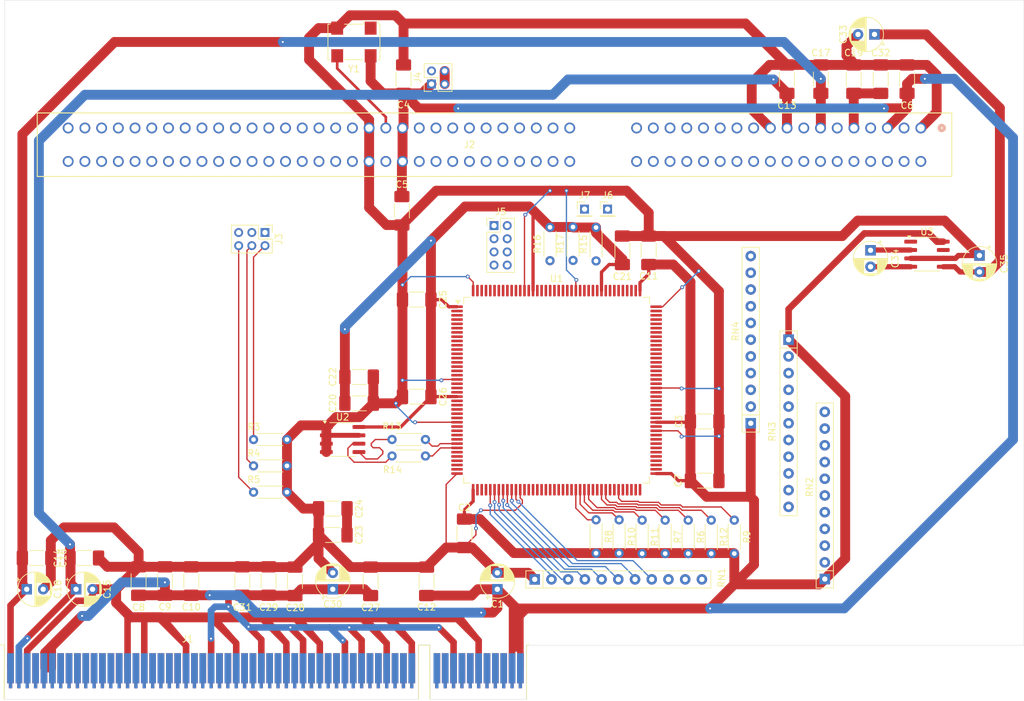
<source format=kicad_pcb>
(kicad_pcb (version 20241229) (generator "pcbnew") (generator_version "9.0")
  (layers (0 "F.Cu" signal) (2 "B.Cu" signal) (13 "F.Paste" user) (15 "B.Paste" user) (5 "F.SilkS" user "F.Silkscreen") (7 "B.SilkS" user "B.Silkscreen") (1 "F.Mask" user) (3 "B.Mask" user) (25 "Edge.Cuts" user))
  (net 0 "")
  (net 1 "GND")
  (net 2 "+3.3V")
  (net 3 "SCL")
  (net 4 "SDA")
  (net 10 "+5V")
  (net 33 "-12V")
  (net 47 "+12V")
  (net 53 "OSC")
  (net 54 "Net-(J4-Pin_3)")
  (net 63 "-5V")
  (net 64 "Net-(U3-CAP+)")
  (net 65 "SBHE#")
  (net 66 "AD23")
  (net 67 "SA8")
  (net 68 "IRQ6")
  (net 69 "IRDY#")
  (net 70 "SA19")
  (net 71 "SA4")
  (net 72 "SA1")
  (net 73 "AD24")
  (net 74 "DRQ6")
  (net 75 "AD25")
  (net 76 "IRQ12")
  (net 77 "DACK2#")
  (net 78 "MEMCS16#")
  (net 79 "BCLK")
  (net 80 "DACK5#")
  (net 81 "PCIRST#")
  (net 82 "DRQ3")
  (net 83 "SA12")
  (net 84 "IRQ4")
  (net 85 "MEMW#")
  (net 86 "C{slash}BE0#")
  (net 87 "AD28")
  (net 88 "IRQ14{slash}ROMCS#")
  (net 89 "IGNT#")
  (net 90 "RSTDRV")
  (net 91 "NOGO{slash}CLKRUN#")
  (net 92 "SA5")
  (net 93 "AD13")
  (net 94 "SD8")
  (net 95 "AD22")
  (net 96 "REFRESH#")
  (net 97 "SD7")
  (net 98 "IOCHCK#")
  (net 99 "IRQ3")
  (net 100 "AD15")
  (net 101 "STOP#")
  (net 102 "DRQ2")
  (net 103 "DACK3#")
  (net 104 "AD31")
  (net 105 "IOW#")
  (net 106 "LA20")
  (net 107 "LOCK#")
  (net 108 "IRQ15")
  (net 109 "SD1")
  (net 110 "AD14")
  (net 111 "AD17")
  (net 112 "AD2")
  (net 113 "IOR#")
  (net 114 "PCICLK")
  (net 115 "SD0")
  (net 116 "SA3")
  (net 117 "AD10")
  (net 118 "AD19")
  (net 119 "DEVSEL#")
  (net 120 "SA15")
  (net 121 "LA22")
  (net 122 "TC")
  (net 123 "SA6")
  (net 124 "SD10")
  (net 125 "FRAME#")
  (net 126 "SA10")
  (net 127 "AD16")
  (net 128 "SMEMW#")
  (net 129 "SD3")
  (net 130 "AD1")
  (net 131 "PERR#")
  (net 132 "SD9")
  (net 133 "AD3")
  (net 134 "BALE")
  (net 135 "PAR")
  (net 136 "AD0")
  (net 137 "AD9")
  (net 138 "TRDY#")
  (net 139 "SMEMR#")
  (net 140 "IDSEL")
  (net 141 "AD11")
  (net 142 "DRQ5")
  (net 143 "NOWS#")
  (net 144 "SD12")
  (net 145 "SA9")
  (net 146 "DRQ1")
  (net 147 "SA2")
  (net 148 "AD18")
  (net 149 "SA14")
  (net 150 "LA21")
  (net 151 "AD29")
  (net 152 "IRQ9")
  (net 153 "SD13")
  (net 154 "SD11")
  (net 155 "SERR#")
  (net 156 "AD4")
  (net 157 "AD7")
  (net 158 "SD4")
  (net 159 "SA13")
  (net 160 "SD6")
  (net 161 "IRQ10")
  (net 162 "IOCHRDY")
  (net 163 "SA11")
  (net 164 "SERIRQ")
  (net 165 "DACK1#")
  (net 166 "LA23")
  (net 167 "SD14")
  (net 168 "DRQ0")
  (net 169 "DACK0#")
  (net 170 "MASTER#")
  (net 171 "DRQ7")
  (net 172 "AD27")
  (net 173 "SA18")
  (net 174 "AEN")
  (net 175 "AD12")
  (net 176 "SD15")
  (net 177 "AD20")
  (net 178 "Net-(U3-CAP-)")
  (net 179 "AD8")
  (net 180 "C{slash}BE2#")
  (net 181 "SA16")
  (net 182 "AD26")
  (net 183 "AD5")
  (net 184 "IRQ7")
  (net 185 "C{slash}BE1#")
  (net 186 "SA7")
  (net 187 "MEMR#")
  (net 188 "SD2")
  (net 189 "AD6")
  (net 190 "IRQ5")
  (net 191 "DACK6#")
  (net 192 "IREQ#")
  (net 193 "SA0")
  (net 194 "AD21")
  (net 195 "IRQ11")
  (net 196 "IOCS16#")
  (net 197 "SD5")
  (net 198 "AD30")
  (net 199 "C{slash}BE3#")
  (net 200 "SA17")
  (net 201 "DACK7#")
  (net 202 "Net-(J3-Pin_6)")
  (net 203 "Net-(J3-Pin_4)")
  (net 204 "Net-(J3-Pin_2)")
  (net 216 "MB_PPDREQ#")
  (net 217 "MB_PPDGNT#")
  (footprint "Capacitor_SMD:C_1808_4520Metric_Pad1.72x2.30mm_HandSolder" (layer "F.Cu") (at 213.25 50 90)
    (property "Reference" "C32")
    (property "Value" "100nF")
  )
  (footprint "Capacitor_SMD:C_1808_4520Metric_Pad1.72x2.30mm_HandSolder" (layer "F.Cu") (at 130 115.25 180)
    (property "Reference" "C24")
    (property "Value" "100nF")
  )
  (footprint "Package_QFP:PQFP-160_28x28mm_P0.65mm" (layer "F.Cu") (at 164 97.25)
    (property "Reference" "U1")
    (property "Value" "~")
  )
  (footprint "Resistor_THT:R_Axial_DIN0204_L3.6mm_D1.6mm_P5.08mm_Horizontal" (layer "F.Cu") (at 117.96 104.75)
    (property "Reference" "R3")
    (property "Value" "R4.7K")
  )
  (footprint "Capacitor_SMD:C_1808_4520Metric_Pad1.72x2.30mm_HandSolder" (layer "F.Cu") (at 108.5 126.25 90)
    (property "Reference" "C10")
    (property "Value" "100nF")
  )
  (footprint "ISA8888:CONN_EBC49_SUL" (layer "F.Cu") (at 219.34 57.42)
    (property "Reference" "J2")
    (property "Value" "Bus_ISA_16bit")
  )
  (footprint "Capacitor_SMD:C_1808_4520Metric_Pad1.72x2.30mm_HandSolder" (layer "F.Cu") (at 209.15 50 90)
    (property "Reference" "C19")
    (property "Value" "100nF")
  )
  (footprint "Resistor_THT:R_Axial_DIN0204_L3.6mm_D1.6mm_P5.08mm_Horizontal" (layer "F.Cu") (at 180.5 117 -90)
    (property "Reference" "R7")
    (property "Value" "R1K")
  )
  (footprint "Capacitor_SMD:C_1808_4520Metric_Pad1.72x2.30mm_HandSolder" (layer "F.Cu") (at 120.25 126.25 90)
    (property "Reference" "C29")
    (property "Value" "100nF")
  )
  (footprint "Capacitor_SMD:C_1808_4520Metric_Pad1.72x2.30mm_HandSolder" (layer "F.Cu") (at 186.5 102)
    (property "Reference" "C3")
    (property "Value" "100nF")
  )
  (footprint "Resistor_THT:R_Axial_DIN0204_L3.6mm_D1.6mm_P5.08mm_Horizontal" (layer "F.Cu") (at 184 117 -90)
    (property "Reference" "R6")
    (property "Value" "R4.7K")
  )
  (footprint "Capacitor_THT:CP_Radial_D5.0mm_P2.50mm" (layer "F.Cu") (at 83.5 127.5)
    (property "Reference" "C18")
    (property "Value" "47uF")
  )
  (footprint "Capacitor_THT:CP_Radial_D5.0mm_P2.50mm" (layer "F.Cu") (at 212.3 43.2 180)
    (property "Reference" "C33")
    (property "Value" "100uF")
  )
  (footprint "Resistor_THT:R_Array_SIP11" (layer "F.Cu") (at 204.75 125.95 90)
    (property "Reference" "RN2")
    (property "Value" "R_Net_10_4k7")
  )
  (footprint "Capacitor_SMD:C_1808_4520Metric_Pad1.72x2.30mm_HandSolder" (layer "F.Cu") (at 142.75 98.25 180)
    (property "Reference" "C26")
    (property "Value" "100nF")
  )
  (footprint "Capacitor_SMD:C_1808_4520Metric_Pad1.72x2.30mm_HandSolder" (layer "F.Cu") (at 142.75 83.5 180)
    (property "Reference" "C25")
    (property "Value" "100nF")
  )
  (footprint "Capacitor_SMD:C_1808_4520Metric_Pad1.72x2.30mm_HandSolder" (layer "F.Cu") (at 140.5 70 -90)
    (property "Reference" "C5")
    (property "Value" "100nF")
  )
  (footprint "Connector_PinHeader_2.00mm:PinHeader_2x02_P2.00mm_Vertical" (layer "F.Cu") (at 145 50.75 90)
    (property "Reference" "J4")
    (property "Value" "Crystal J4")
  )
  (footprint "Package_SO:SOIC-8_3.9x4.9mm_P1.27mm" (layer "F.Cu") (at 220.275 76.595)
    (property "Reference" "U3")
    (property "Value" "-5v MAX660")
  )
  (footprint "Oscillator:Oscillator_SMD_IQD_IQXO70-4Pin_7.5x5.0mm" (layer "F.Cu") (at 133.21 44.35 180)
    (property "Reference" "Y1")
    (property "Value" "CFPS-72")
  )
  (footprint "Connector_PinHeader_2.00mm:PinHeader_1x01_P2.00mm_Vertical" (layer "F.Cu") (at 171.75 69.75)
    (property "Reference" "J6")
    (property "Value" "PPDGNT# Motherboard Redirect")
  )
  (footprint "Resistor_THT:R_Array_SIP11" (layer "F.Cu") (at 193.5 102.28 90)
    (property "Reference" "RN4")
    (property "Value" "R_Net_10_10k")
  )
  (footprint "Resistor_THT:R_Axial_DIN0204_L3.6mm_D1.6mm_P5.08mm_Horizontal" (layer "F.Cu") (at 117.96 112.75)
    (property "Reference" "R5")
    (property "Value" "R4.7K")
  )
  (footprint "Connector_PinHeader_2.00mm:PinHeader_1x01_P2.00mm_Vertical" (layer "F.Cu") (at 168.25 69.75)
    (property "Reference" "J7")
    (property "Value" "PPDREQ# Motherboard Redirect")
  )
  (footprint "Resistor_THT:R_Axial_DIN0204_L3.6mm_D1.6mm_P5.08mm_Horizontal" (layer "F.Cu") (at 117.96 108.75)
    (property "Reference" "R4")
    (property "Value" "R4.7K")
  )
  (footprint "Capacitor_SMD:C_1808_4520Metric_Pad1.72x2.30mm_HandSolder" (layer "F.Cu") (at 217.25 50 90)
    (property "Reference" "C6")
    (property "Value" "100nF")
  )
  (footprint "Capacitor_SMD:C_1808_4520Metric_Pad1.72x2.30mm_HandSolder" (layer "F.Cu") (at 124.25 126.2949 90)
    (property "Reference" "C28")
    (property "Value" "100nF")
  )
  (footprint "Capacitor_SMD:C_1808_4520Metric_Pad1.72x2.30mm_HandSolder" (layer "F.Cu") (at 140.75 50 90)
    (property "Reference" "C4")
    (property "Value" "100nF")
  )
  (footprint "Capacitor_THT:CP_Radial_D5.0mm_P2.50mm" (layer "F.Cu") (at 211.7 76 -90)
    (property "Reference" "C34")
    (property "Value" "150uF")
  )
  (footprint "Connector_PinHeader_2.00mm:PinHeader_2x04_P2.00mm_Vertical" (layer "F.Cu") (at 154.5 72.25)
    (property "Reference" "J5")
    (property "Value" "PCI Jumpers")
  )
  (footprint "Capacitor_SMD:C_1808_4520Metric_Pad1.72x2.30mm_HandSolder" (layer "F.Cu") (at 178 76 90)
    (property "Reference" "C11")
    (property "Value" "100nF")
  )
  (footprint "Resistor_THT:R_Axial_DIN0204_L3.6mm_D1.6mm_P5.08mm_Horizontal" (layer "F.Cu") (at 166.5 77.54 90)
    (property "Reference" "R17")
    (property "Value" "R50K")
  )
  (footprint "Resistor_THT:R_Axial_DIN0204_L3.6mm_D1.6mm_P5.08mm_Horizontal" (layer "F.Cu") (at 187.5 117 -90)
    (property "Reference" "R12")
    (property "Value" "R330")
  )
  (footprint "Capacitor_SMD:C_1808_4520Metric_Pad1.72x2.30mm_HandSolder" (layer "F.Cu") (at 204.15 50 90)
    (property "Reference" "C17")
    (property "Value" "100nF")
  )
  (footprint "Capacitor_SMD:C_1808_4520Metric_Pad1.72x2.30mm_HandSolder" (layer "F.Cu") (at 85 122.75)
    (property "Reference" "C16")
    (property "Value" "100nF")
  )
  (footprint "Resistor_THT:R_Array_SIP11" (layer "F.Cu") (at 160.68 126)
    (property "Reference" "RN1")
    (property "Value" "R_Net_10_10k")
  )
  (footprint "Resistor_THT:R_Array_SIP11" (layer "F.Cu") (at 199.25 89.58 -90)
    (property "Reference" "RN3")
    (property "Value" "R_Net_10_10k")
  )
  (footprint "Capacitor_SMD:C_1808_4520Metric_Pad1.72x2.30mm_HandSolder" (layer "F.Cu") (at 100.5 126.25 90)
    (property "Reference" "C8")
    (property "Value" "100nF")
  )
  (footprint "Capacitor_SMD:C_1808_4520Metric_Pad1.72x2.30mm_HandSolder" (layer "F.Cu") (at 92.25 122.75)
    (property "Reference" "C14")
    (property "Value" "100nF")
  )
  (footprint "Capacitor_SMD:C_1808_4520Metric_Pad1.72x2.30mm_HandSolder" (layer "F.Cu") (at 135.75 126.2949 90)
    (property "Reference" "C27")
    (property "Value" "100nF")
  )
  (footprint "Resistor_THT:R_Axial_DIN0204_L3.6mm_D1.6mm_P5.08mm_Horizontal" (layer "F.Cu") (at 173.5 116.95 -90)
    (property "Reference" "R10")
    (property "Value" "R330")
  )
  (footprint "Capacitor_THT:CP_Radial_D5.0mm_P2.50mm" (layer "F.Cu") (at 228.25 76.794888 -90)
    (property "Reference" "C35")
    (property "Value" "150uF")
  )
  (footprint "Capacitor_SMD:C_1808_4520Metric_Pad1.72x2.30mm_HandSolder" (layer "F.Cu") (at 134 95.25)
    (property "Reference" "C22")
    (property "Value" "100nF")
  )
  (footprint "Resistor_THT:R_Axial_DIN0204_L3.6mm_D1.6mm_P5.08mm_Horizontal" (layer "F.Cu") (at 139 107.25)
    (property "Reference" "R14")
    (property "Value" "R4.7K")
  )
  (footprint "Capacitor_SMD:C_1808_4520Metric_Pad1.72x2.30mm_HandSolder" (layer "F.Cu") (at 130 119.25 180)
    (property "Reference" "C23")
    (property "Value" "100nF")
  )
  (footprint "Resistor_THT:R_Axial_DIN0204_L3.6mm_D1.6mm_P5.08mm_Horizontal" (layer "F.Cu") (at 170 77.62 90)
    (property "Reference" "R15")
    (property "Value" "R50K")
  )
  (footprint "Connector_PCBEdge:BUS_PCI" (layer "F.Cu") (at 119.77 140.83)
    (property "Reference" "J1")
    (property "Value" "Bus_PCI_32bit_Universal")
  )
  (footprint "Capacitor_SMD:C_1808_4520Metric_Pad1.72x2.30mm_HandSolder" (layer "F.Cu") (at 186.5 111)
    (property "Reference" "C7")
    (property "Value" "100nF")
  )
  (footprint "Package_SO:SOIC-8_3.9x4.9mm_P1.27mm" (layer "F.Cu") (at 131.5 104.75)
    (property "Reference" "U2")
    (property "Value" "SMROM-AT24CS02")
  )
  (footprint "Capacitor_THT:CP_Radial_D5.0mm_P2.50mm" (layer "F.Cu") (at 155 127.5 90)
    (property "Reference" "C1")
    (property "Value" "100uF")
  )
  (footprint "Capacitor_THT:CP_Radial_D5.0mm_P2.50mm" (layer "F.Cu") (at 130 127.5 90)
    (property "Reference" "C30")
    (property "Value" "100uF")
  )
  (footprint "Resistor_THT:R_Axial_DIN0204_L3.6mm_D1.6mm_P5.08mm_Horizontal" (layer "F.Cu") (at 191 117 -90)
    (property "Reference" "R9")
    (property "Value" "R330")
  )
  (footprint "Capacitor_SMD:C_1808_4520Metric_Pad1.72x2.30mm_HandSolder" (layer "F.Cu") (at 150 119 -90)
    (property "Reference" "C2")
    (property "Value" "100nF")
  )
  (footprint "Resistor_THT:R_Axial_DIN0204_L3.6mm_D1.6mm_P5.08mm_Horizontal" (layer "F.Cu") (at 177 117 -90)
    (property "Reference" "R11")
    (property "Value" "R330")
  )
  (footprint "Capacitor_THT:CP_Radial_D5.0mm_P2.50mm" (layer "F.Cu") (at 91 127.5)
    (property "Reference" "C15")
    (property "Value" "47uF")
  )
  (footprint "Capacitor_SMD:C_1808_4520Metric_Pad1.72x2.30mm_HandSolder" (layer "F.Cu") (at 199 50 90)
    (property "Reference" "C13")
    (property "Value" "100nF")
  )
  (footprint "Capacitor_SMD:C_1808_4520Metric_Pad1.72x2.30mm_HandSolder" (layer "F.Cu") (at 134 99.25)
    (property "Reference" "C20")
    (property "Value" "100nF")
  )
  (footprint "Resistor_THT:R_Axial_DIN0204_L3.6mm_D1.6mm_P5.08mm_Horizontal" (layer "F.Cu") (at 170 116.95 -90)
    (property "Reference" "R8")
    (property "Value" "R1K")
  )
  (footprint "Capacitor_SMD:C_1808_4520Metric_Pad1.72x2.30mm_HandSolder" (layer "F.Cu") (at 174 76 90)
    (property "Reference" "C21")
    (property "Value" "100nF")
  )
  (footprint "Capacitor_SMD:C_1808_4520Metric_Pad1.72x2.30mm_HandSolder" (layer "F.Cu") (at 144.25 126.2949 90)
    (property "Reference" "C12")
    (property "Value" "100nF")
  )
  (footprint "Connector_PinHeader_2.00mm:PinHeader_2x03_P2.00mm_Vertical" (layer "F.Cu") (at 119.7 73.3 -90)
    (property "Reference" "J3")
    (property "Value" "AEN/BALE/TC J3")
  )
  (footprint "Resistor_THT:R_Axial_DIN0204_L3.6mm_D1.6mm_P5.08mm_Horizontal" (layer "F.Cu") (at 163 77.58 90)
    (property "Reference" "R16")
    (property "Value" "R50K")
  )
  (footprint "Capacitor_SMD:C_1808_4520Metric_Pad1.72x2.30mm_HandSolder" (layer "F.Cu") (at 104.5 126.25 90)
    (property "Reference" "C9")
    (property "Value" "100nF")
  )
  (footprint "Capacitor_SMD:C_1808_4520Metric_Pad1.72x2.30mm_HandSolder" (layer "F.Cu") (at 116.25 126.25 90)
    (property "Reference" "C31")
    (property "Value" "100nF")
  )
  (footprint "Resistor_THT:R_Axial_DIN0204_L3.6mm_D1.6mm_P5.08mm_Horizontal" (layer "F.Cu") (at 139 104.75)
    (property "Reference" "R13")
    (property "Value" "R4.7K")
  )
  (gr_poly (pts (xy 121.123913 131.15) (xy 124.686171 131.15) (xy 128.3 135.45) (xy 123.7 131.9)) (stroke (width 0.2)) (fill yes) (layer "F.Cu") (net 1))
  (gr_poly (pts (xy 116.045565 131.15) (xy 119.607823 131.15) (xy 123.221652 135.403611) (xy 118.621652 131.853611)) (stroke (width 0.2)) (fill yes) (layer "F.Cu") (net 1))
  (gr_poly (pts (xy 145.2 131.15) (xy 149.25 131.1) (xy 152.45 135.05) (xy 147.85 131.5)) (stroke (width 0.2)) (fill yes) (layer "F.Cu") (net 1))
  (gr_poly (pts (xy 107.45 131.15) (xy 111.85 131.15) (xy 115.571652 135.403611) (xy 110.91897 131.812954)) (stroke (width 0.2)) (fill yes) (layer "F.Cu") (net 1))
  (gr_poly (pts (xy 99.45 131.1) (xy 104.05 131.1) (xy 108 135.8) (xy 103.4 132.25)) (stroke (width 0.2)) (fill yes) (layer "F.Cu") (net 1))
  (gr_poly (pts (xy 131.273913 131.15) (xy 134.836171 131.15) (xy 138.45 135.45) (xy 133.85 131.9)) (stroke (width 0.2)) (fill yes) (layer "F.Cu") (net 1))
  (gr_poly (pts (xy 135.123913 131.15) (xy 138.686171 131.15) (xy 142.3 135.45) (xy 137.7 131.9)) (stroke (width 0.2)) (fill yes) (layer "F.Cu") (net 1))
  (gr_line (start 235 136) (end 235 38) (stroke (width 0.05)) (layer "Edge.Cuts"))
  (gr_line (start 144.8 135.95) (end 143 135.95) (stroke (width 0.05)) (layer "Edge.Cuts"))
  (gr_line (start 159.4 144.2) (end 144.8 144.2) (stroke (width 0.05)) (layer "Edge.Cuts"))
  (gr_line (start 159.4 136) (end 235 136) (stroke (width 0.05)) (layer "Edge.Cuts"))
  (gr_line (start 235 38) (end 80.15 38) (stroke (width 0.05)) (layer "Edge.Cuts"))
  (gr_line (start 143 135.95) (end 143 144.2) (stroke (width 0.05)) (layer "Edge.Cuts"))
  (gr_line (start 144.8 144.2) (end 144.8 135.95) (stroke (width 0.05)) (layer "Edge.Cuts"))
  (gr_line (start 80.15 38) (end 80.15 144.2) (stroke (width 0.05)) (layer "Edge.Cuts"))
  (gr_line (start 159.4 136) (end 159.4 144.2) (stroke (width 0.05)) (layer "Edge.Cuts"))
  (gr_line (start 143 144.2) (end 80.15 144.2) (stroke (width 0.05)) (layer "Edge.Cuts"))
  (segment (start 101.36 131.7725) (end 99.3225 131.7725) (width 1.5) (layer "F.Cu") (net 1))
  (segment (start 148.6425 131.7725) (end 152.16 135.29) (width 1) (layer "F.Cu") (net 1))
  (segment (start 220.2375 47.8375) (end 221.75 49.35) (width 1.5) (layer "F.Cu") (net 1))
  (segment (start 140.5 72.1625) (end 145.7125 66.95) (width 1.5) (layer "F.Cu") (net 1))
  (segment (start 104.5 124.0875) (end 100.5 124.0875) (width 1.5) (layer "F.Cu") (net 1))
  (segment (start 127.8375 120.5449) (end 124.25 124.1324) (width 1.5) (layer "F.Cu") (net 1))
  (segment (start 119.060541 131.7725) (end 122.931652 135.643611) (width 1) (layer "F.Cu") (net 1))
  (segment (start 209.75 71.5) (end 222.955112 71.5) (width 1.5) (layer "F.Cu") (net 1))
  (segment (start 188.6625 82.2125) (end 185.6 79.15) (width 1.5) (layer "F.Cu") (net 1))
  (segment (start 196.3625 47.8375) (end 193.65 50.55) (width 1.5) (layer "F.Cu") (net 1))
  (segment (start 221.75 49.35) (end 221.75 55.01) (width 1.5) (layer "F.Cu") (net 1))
  (segment (start 140.5875 81.25) (end 140.5875 72.25) (width 1.5) (layer "F.Cu") (net 1))
  (segment (start 126.4 43.7) (end 127.85 42.25) (width 1.5) (layer "F.Cu") (net 1))
  (segment (start 208.05 46.4375) (end 208.9 47.2875) (width 1.5) (layer "F.Cu") (net 1))
  (segment (start 134.0615 101.351) (end 136.1625 99.25) (width 1.5) (layer "F.Cu") (net 1))
  (segment (start 99.3225 131.7725) (end 98.82 131.27) (width 1.5) (layer "F.Cu") (net 1))
  (segment (start 83.57 137.43) (end 83.57 136.78) (width 1) (layer "F.Cu") (net 1))
  (segment (start 217.25 47.8375) (end 220.2375 47.8375) (width 1.5) (layer "F.Cu") (net 1))
  (segment (start 100.5 124.0875) (end 100.5 121.85) (width 1.5) (layer "F.Cu") (net 1))
  (segment (start 166.925 80.575) (end 167 80.5) (width 0.2) (layer "F.Cu") (net 1))
  (segment (start 132.7199 124.1324) (end 127.8375 119.25) (width 1.5) (layer "F.Cu") (net 1))
  (segment (start 222.75 77.23) (end 224.609776 77.23) (width 0.8) (layer "F.Cu") (net 1))
  (segment (start 124.25 124.1324) (end 120.2949 124.1324) (width 1.5) (layer "F.Cu") (net 1))
  (segment (start 127.8375 119.25) (end 127.8375 115.25) (width 1.5) (layer "F.Cu") (net 1))
  (segment (start 140.75 41.55) (end 192.7125 41.55) (width 1.5) (layer "F.Cu") (net 1))
  (segment (start 140.5875 95.75) (end 140.5875 83.5) (width 1.5) (layer "F.Cu") (net 1))
  (segment (start 96.75 118.1) (end 89.15 118.1) (width 1.5) (layer "F.Cu") (net 1))
  (segment (start 182.925 96.925) (end 183 97) (width 0.2) (layer "F.Cu") (net 1))
  (segment (start 98.82 131.27) (end 97.0875 129.5375) (width 1.5) (layer "F.Cu") (net 1))
  (segment (start 92.75 129.25) (end 93.5 128.5) (width 1) (layer "F.Cu") (net 1))
  (segment (start 89.15 118.1) (end 87.1625 120.0875) (width 1.5) (layer "F.Cu") (net 1))
  (segment (start 188.6625 104.25) (end 188.6625 111) (width 1.5) (layer "F.Cu") (net 1))
  (segment (start 182.425 103.425) (end 179.125 103.425) (width 0.2) (layer "F.Cu") (net 1))
  (segment (start 193.65 50.55) (end 193.65 54.59) (width 1.5) (layer "F.Cu") (net 1))
  (segment (start 130.519 101.351) (end 134.0615 101.351) (width 1.5) (layer "F.Cu") (net 1))
  (segment (start 95.75 124.0875) (end 94.4125 122.75) (width 1.5) (layer "F.Cu") (net 1))
  (segment (start 179.125 96.925) (end 182.925 96.925) (width 0.2) (layer "F.Cu") (net 1))
  (segment (start 158.475 112.375) (end 158.475 113.626527) (width 0.2) (layer "F.Cu") (net 1))
  (segment (start 135.52 57.42) (end 135.52 62.5) (width 1.5) (layer "F.Cu") (net 1))
  (segment (start 155 125) (end 159.68 125) (width 1.5) (layer "F.Cu") (net 1))
  (segment (start 140.5875 72.25) (end 140.5 72.1625) (width 1.5) (layer "F.Cu") (net 1))
  (segment (start 183 104) (end 182.425 103.425) (width 0.2) (layer "F.Cu") (net 1))
  (segment (start 100.5 121.85) (end 96.75 118.1) (width 1.5) (layer "F.Cu") (net 1))
  (segment (start 180.2875 73.8375) (end 178 73.8375) (width 1.5) (layer "F.Cu") (net 1))
  (segment (start 224.609776 77.23) (end 225.044888 76.794888) (width 0.8) (layer "F.Cu") (net 1))
  (segment (start 183 104.3) (end 183 104) (width 0.2) (layer "F.Cu") (net 1))
  (segment (start 116.25 124.0875) (end 108.5 124.0875) (width 1.5) (layer "F.Cu") (net 1))
  (segment (start 150 121.1625) (end 151.1625 121.1625) (width 1.5) (layer "F.Cu") (net 1))
  (segment (start 174.65 66.95) (end 178 70.3) (width 1.5) (layer "F.Cu") (net 1))
  (segment (start 87.1625 122.75) (end 87.1625 126.3375) (width 1.5) (layer "F.Cu") (net 1))
  (segment (start 146.625 95.625) (end 148.875 95.625) (width 0.2) (layer "F.Cu") (net 1))
  (segment (start 135.75 124.1324) (end 132.7199 124.1324) (width 1.5) (layer "F.Cu") (net 1))
  (segment (start 188.6625 102) (end 188.6625 97) (width 1.5) (layer "F.Cu") (net 1))
  (segment (start 135.52 62.5) (end 135.52 69.52) (width 1.5) (layer "F.Cu") (net 1))
  (segment (start 209.8 47.2875) (end 209.25 47.8375) (width 0.2) (layer "F.Cu") (net 1))
  (segment (start 140.5875 83.5) (end 140.5875 81.25) (width 1.5) (layer "F.Cu") (net 1))
  (segment (start 87.1625 126.3375) (end 86 127.5) (width 1.5) (layer "F.Cu") (net 1))
  (segment (start 222.955112 71.5) (end 228.25 76.794888) (width 1.5) (layer "F.Cu") (net 1))
  (segment (start 125.19 102.6) (end 128.78 102.6) (width 1.5) (layer "F.Cu") (net 1))
  (segment (start 157.749943 115.5) (end 152.5 115.5) (width 0.2) (layer "F.Cu") (net 1))
  (segment (start 188.6625 97) (end 188.6625 82.2125) (width 1.5) (layer "F.Cu") (net 1))
  (segment (start 159.125 70.725) (end 159.25 70.6) (width 0.2) (layer "F.Cu") (net 1))
  (segment (start 159.125 82.125) (end 159.125 70.725) (width 0.2) (layer "F.Cu") (net 1))
  (segment (start 199 47.8375) (end 196.3625 47.8375) (width 1.5) (layer "F.Cu") (net 1))
  (segment (start 115.33 139.5) (end 115.3 139.47) (width 0.2) (layer "F.Cu") (net 1))
  (segment (start 123.04 104.75) (end 125.19 102.6) (width 1.5) (layer "F.Cu") (net 1))
  (segment (start 127.8375 122.8375) (end 130 125) (width 1.5) (layer "F.Cu") (net 1))
  (segment (start 107.71 136.04) (end 107.71 139.5) (width 1) (layer "F.Cu") (net 1))
  (segment (start 127.8375 119.25) (end 127.8375 122.8375) (width 1.5) (layer "F.Cu") (net 1))
  (segment (start 174 73.8375) (end 178 73.8375) (width 1.5) (layer "F.Cu") (net 1))
  (segment (start 144.25 124.1324) (end 135.75 124.1324) (width 1.5) (layer "F.Cu") (net 1))
  (segment (start 127.85 42.25) (end 130.67 42.25) (width 1.5) (layer "F.Cu") (net 1))
  (segment (start 139.5875 99.25) (end 140.5875 98.25) (width 1.5) (layer "F.Cu") (net 1))
  (segment (start 159.68 125) (end 160.68 126) (width 1.5) (layer "F.Cu") (net 1))
  (segment (start 152.16 139.5) (end 152.16 137.41) (width 0.2) (layer "F.Cu") (net 1))
  (segment (start 178 70.3) (end 178 73.8375) (width 1.5) (layer "F.Cu") (net 1))
  (segment (start 133.975 104.115) (end 129.025 104.115) (width 0.75) (layer "F.Cu") (net 1))
  (segment (start 148.875 109.925) (end 147.2199 111.5801) (width 0.2) (layer "F.Cu") (net 1))
  (segment (start 134.288889 131.818889) (end 138.16 135.69) (width 1) (layer "F.Cu") (net 1))
  (segment (start 138.1625 72.1625) (end 140.5 72.1625) (width 1.5) (layer "F.Cu") (net 1))
  (segment (start 145.7125 66.95) (end 163 66.95) (width 1.5) (layer "F.Cu") (net 1))
  (segment (start 103.5225 131.7725) (end 103.5225 131.8525) (width 1) (layer "F.Cu") (net 1))
  (segment (start 192.7125 41.55) (end 199 47.8375) (width 1.5) (layer "F.Cu") (net 1))
  (segment (start 146.5 95.75) (end 146.625 95.625) (width 0.2) (layer "F.Cu") (net 1))
  (segment (start 122.95 139.5) (end 122.95 135.7) (width 1) (layer "F.Cu") (net 1))
  (segment (start 126.4 47.05) (end 126.4 43.7) (width 1.5) (layer "F.Cu") (net 1))
  (segment (start 208.05 44.95) (end 208.05 46.4375) (width 1.5) (layer "F.Cu") (net 1))
  (segment (start 103.5225 131.7725) (end 101.36 131.7725) (width 1.5) (layer "F.Cu") (net 1))
  (segment (start 151.325 82.125) (end 151.325 80.825) (width 0.2) (layer "F.Cu") (net 1))
  (segment (start 124.138889 131.818889) (end 128.01 135.69) (width 1) (layer "F.Cu") (net 1))
  (segment (start 100.5 124.0875) (end 97.0875 127.5) (width 1.5) (layer "F.Cu") (net 1))
  (segment (start 125.54 115.25) (end 123.04 112.75) (width 1.5) (layer "F.Cu") (net 1))
  (segment (start 138.19 139.5) (end 138.19 135.7) (width 1) (layer "F.Cu") (net 1))
  (segment (start 140.5875 98.25) (end 140.5875 95.75) (width 1.5) (layer "F.Cu") (net 1))
  (segment (start 111.410541 131.7725) (end 115.281652 135.643611) (width 1) (layer "F.Cu") (net 1))
  (segment (start 193.65 54.59) (end 196.48 57.42) (width 1.5) (layer "F.Cu") (net 1))
  (segment (start 97.0875 129.5375) (end 97.0875 127.5) (width 1.5) (layer "F.Cu") (net 1))
  (segment (start 151.325 80.825) (end 150.5 80) (width 0.2) (layer "F.Cu") (net 1))
  (segment (start 135.52 69.52) (end 138.1625 72.1625) (width 1.5) (layer "F.Cu") (net 1))
  (segment (start 180.121384 84.575) (end 183.0875 81.608884) (width 0.2) (layer "F.Cu") (net 1))
  (segment (start 135.52 57.42) (end 135.52 56.17) (width 1.5) (layer "F.Cu") (net 1))
  (segment (start 150 121.1625) (end 147.2199 121.1625) (width 1.5) (layer "F.Cu") (net 1))
  (segment (start 130.67 42.25) (end 132.621 40.299) (width 1.5) (layer "F.Cu") (net 1))
  (segment (start 151.75 121.75) (end 155 125) (width 1.5) (layer "F.Cu") (net 1))
  (segment (start 136.1625 99.25) (end 139.5875 99.25) (width 1.5) (layer "F.Cu") (net 1))
  (segment (start 163 66.95) (end 165.5 66.95) (width 1.5) (layer "F.Cu") (net 1))
  (segment (start 109.4875 124.0875) (end 108.5 124.0875) (width 0.2) (layer "F.Cu") (net 1))
  (segment (start 142.5 102.125) (end 148.875 102.125) (width 0.2) (layer "F.Cu") (net 1))
  (segment (start 158.475 113.626527) (end 158.800265 113.951792) (width 0.2) (layer "F.Cu") (net 1))
  (segment (start 139.499 40.299) (end 140.75 41.55) (width 1.5) (layer "F.Cu") (net 1))
  (segment (start 179.125 84.575) (end 180.121384 84.575) (width 0.2) (layer "F.Cu") (net 1))
  (segment (start 103.5225 131.8525) (end 107.71 136.04) (width 1) (layer "F.Cu") (net 1))
  (segment (start 91.1 129.25) (end 92.75 129.25) (width 1) (layer "F.Cu") (net 1))
  (segment (start 222.75 77.23) (end 217.8 77.23) (width 0.8) (layer "F.Cu") (net 1))
  (segment (start 123.04 112.75) (end 123.04 108.75) (width 1.5) (layer "F.Cu") (net 1))
  (segment (start 115.33 139.5) (end 115.35 139.48) (width 0.2) (layer "F.Cu") (net 1))
  (segment (start 98.82 139.5) (end 98.82 131.27) (width 1) (layer "F.Cu") (net 1))
  (segment (start 129.025 105.385) (end 129.025 106.655) (width 1.5) (layer "F.Cu") (net 1))
  (segment (start 152.16 135.31) (end 152.16 139.5) (width 1) (layer "F.Cu") (net 1))
  (segment (start 140.75 41.55) (end 140.75 47.8375) (width 1.5) (layer "F.Cu") (net 1))
  (segment (start 147.2199 121.1625) (end 144.25 124.1324) (width 1.5) (layer "F.Cu") (net 1))
  (segment (start 158.800265 114.449678) (end 157.749943 115.5) (width 0.2) (layer "F.Cu") (net 1))
  (segment (start 217.25 47.8375) (end 199 47.8375) (width 1.5) (layer "F.Cu") (net 1))
  (segment (start 188.6625 102) (end 188.6625 104.25) (width 1.5) (layer "F.Cu") (net 1))
  (segment (start 147.2199 111.5801) (end 147.2199 121.1625) (width 0.2) (layer "F.Cu") (net 1))
  (segment (start 127.8375 119.25) (end 127.8375 120.5449) (width 1.5) (layer "F.Cu") (net 1))
  (segment (start 225.044888 76.794888) (end 228.25 76.794888) (width 0.8) (layer "F.Cu") (net 1))
  (segment (start 108.5 124.0875) (end 104.5 124.0875) (width 1.5) (layer "F.Cu") (net 1))
  (segment (start 127.8375 115.25) (end 125.54 115.25) (width 1.5) (layer "F.Cu") (net 1))
  (segment (start 142 139.5) (end 142 135.7) (width 1) (layer "F.Cu") (net 1))
  (segment (start 136.1625 99.25) (end 136.1625 95.25) (width 1.5) (layer "F.Cu") (net 1))
  (segment (start 129.025 104.115) (end 129.025 102.845) (width 1.5) (layer "F.Cu") (net 1))
  (segment (start 120.25 124.0875) (end 116.25 124.0875) (width 1.5) (layer "F.Cu") (net 1))
  (segment (start 209.8 43.2) (end 208.05 44.95) (width 1.5) (layer "F.Cu") (net 1))
  (segment (start 128.03 139.5) (end 128.03 135.7) (width 1) (layer "F.Cu") (net 1))
  (segment (start 83.57 136.78) (end 91.1 129.25) (width 1) (layer "F.Cu") (net 1))
  (segment (start 97.0875 127.5) (end 93.5 127.5) (width 1.5) (layer "F.Cu") (net 1))
  (segment (start 83.57 139.5) (end 83.57 137.43) (width 0.2) (layer "F.Cu") (net 1))
  (segment (start 120.2949 124.1324) (end 120.25 124.0875) (width 1.5) (layer "F.Cu") (net 1))
  (segment (start 135.52 56.17) (end 126.4 47.05) (width 1.5) (layer "F.Cu") (net 1))
  (segment (start 128.78 102.6) (end 129.025 102.845) (width 1.5) (layer "F.Cu") (net 1))
  (segment (start 221.75 55.01) (end 219.34 57.42) (width 1.5) (layer "F.Cu") (net 1))
  (segment (start 178 73.8375) (end 207.4125 73.8375) (width 1.5) (layer "F.Cu") (net 1))
  (segment (start 138.138889 131.818889) (end 142.01 135.69) (width 1) (layer "F.Cu") (net 1))
  (segment (start 166.925 82.125) (end 166.925 80.575) (width 0.2) (layer "F.Cu") (net 1))
  (segment (start 158.800265 113.951792) (end 158.800265 114.449678) (width 0.2) (layer "F.Cu") (net 1))
  (segment (start 101.36 139.5) (end 101.36 131.7725) (width 1) (layer "F.Cu") (net 1))
  (segment (start 93.5 128.5) (end 93.5 127.5) (width 1) (layer "F.Cu") (net 1))
  (segment (start 151.75 118.25) (end 151.75 119.25) (width 0.2) (layer "F.Cu") (net 1))
  (segment (start 132.621 40.299) (end 139.499 40.299) (width 1.5) (layer "F.Cu") (net 1))
  (segment (start 207.4125 73.8375) (end 209.75 71.5) (width 1.5) (layer "F.Cu") (net 1))
  (segment (start 151.1625 121.1625) (end 151.75 121.75) (width 1.5) (layer "F.Cu") (net 1))
  (segment (start 148.6225 131.7725) (end 103.5225 131.7725) (width 1.5) (layer "F.Cu") (net 1))
  (segment (start 115.33 139.5) (end 115.33 135.72) (width 1) (layer "F.Cu") (net 1))
  (segment (start 165.5 66.95) (end 174.65 66.95) (width 1.5) (layer "F.Cu") (net 1))
  (segment (start 123.04 108.75) (end 123.04 104.75) (width 1.5) (layer "F.Cu") (net 1))
  (segment (start 151.75 119.25) (end 150.5 120.5) (width 0.2) (layer "F.Cu") (net 1))
  (segment (start 129.025 102.845) (end 130.519 101.351) (width 1.5) (layer "F.Cu") (net 1))
  (segment (start 87.1625 120.0875) (end 87.1625 122.75) (width 1.5) (layer "F.Cu") (net 1))
  (segment (start 100.5 124.0875) (end 95.75 124.0875) (width 1.5) (layer "F.Cu") (net 1))
  (segment (start 185.6 79.15) (end 180.2875 73.8375) (width 1.5) (layer "F.Cu") (net 1))
  (segment (start 129.025 104.115) (end 129.025 105.385) (width 1.5) (layer "F.Cu") (net 1))
  (via (at 159.25 70.6) (size 0.6) (drill 0.3) (layers "F.Cu" "B.Cu") (net 1))
  (via (at 146.5 95.75) (size 0.6) (drill 0.3) (layers "F.Cu" "B.Cu") (net 1))
  (via (at 142.5 102.125) (size 0.6) (drill 0.3) (layers "F.Cu" "B.Cu") (net 1))
  (via (at 139.5875 99.25) (size 0.6) (drill 0.3) (layers "F.Cu" "B.Cu") (net 1))
  (via (at 165.5 66.95) (size 0.6) (drill 0.3) (layers "F.Cu" "B.Cu") (net 1))
  (via (at 163 66.95) (size 0.6) (drill 0.3) (layers "F.Cu" "B.Cu") (net 1))
  (via (at 183 104.3) (size 0.6) (drill 0.3) (layers "F.Cu" "B.Cu") (net 1))
  (via (at 140.5875 81.25) (size 0.6) (drill 0.3) (layers "F.Cu" "B.Cu") (net 1))
  (via (at 167 80.5) (size 0.6) (drill 0.3) (layers "F.Cu" "B.Cu") (net 1))
  (via (at 152.5 115.5) (size 0.6) (drill 0.3) (layers "F.Cu" "B.Cu") (net 1))
  (via (at 183.0875 81.608884) (size 0.6) (drill 0.3) (layers "F.Cu" "B.Cu") (net 1))
  (via (at 140.5875 95.75) (size 0.6) (drill 0.3) (layers "F.Cu" "B.Cu") (net 1))
  (via (at 188.6625 97) (size 0.6) (drill 0.3) (layers "F.Cu" "B.Cu") (net 1))
  (via (at 151.75 118.25) (size 0.6) (drill 0.3) (layers "F.Cu" "B.Cu") (net 1))
  (via (at 188.6625 104.25) (size 0.6) (drill 0.3) (layers "F.Cu" "B.Cu") (net 1))
  (via (at 185.6 79.15) (size 0.6) (drill 0.3) (layers "F.Cu" "B.Cu") (net 1))
  (via (at 150.5 80) (size 0.6) (drill 0.3) (layers "F.Cu" "B.Cu") (net 1))
  (via (at 183 97) (size 0.6) (drill 0.3) (layers "F.Cu" "B.Cu") (net 1))
  (segment (start 146.5 95.75) (end 140.5875 95.75) (width 0.2) (layer "B.Cu") (net 1))
  (segment (start 151.75 118.25) (end 151.75 116.25) (width 0.2) (layer "B.Cu") (net 1))
  (segment (start 183.141116 81.608884) (end 185.6 79.15) (width 0.2) (layer "B.Cu") (net 1))
  (segment (start 183 97) (end 188.6625 97) (width 0.2) (layer "B.Cu") (net 1))
  (segment (start 141.8375 80) (end 140.5875 81.25) (width 0.2) (layer "B.Cu") (net 1))
  (segment (start 151.75 116.25) (end 152.5 115.5) (width 0.2) (layer "B.Cu") (net 1))
  (segment (start 139.5875 99.5875) (end 139.5875 99.25) (width 0.2) (layer "B.Cu") (net 1))
  (segment (start 183 104.3) (end 183.05 104.25) (width 0.2) (layer "B.Cu") (net 1))
  (segment (start 150.5 80) (end 141.8375 80) (width 0.2) (layer "B.Cu") (net 1))
  (segment (start 142.5 102.125) (end 142.125 102.125) (width 0.2) (layer "B.Cu") (net 1))
  (segment (start 183.0875 81.608884) (end 183.141116 81.608884) (width 0.2) (layer "B.Cu") (net 1))
  (segment (start 159.25 70.6) (end 162.9 66.95) (width 0.2) (layer "B.Cu") (net 1))
  (segment (start 183.05 104.25) (end 188.6625 104.25) (width 0.2) (layer "B.Cu") (net 1))
  (segment (start 167 80.5) (end 165.5 79) (width 0.2) (layer "B.Cu") (net 1))
  (segment (start 162.9 66.95) (end 163 66.95) (width 0.2) (layer "B.Cu") (net 1))
  (segment (start 165.5 79) (end 165.5 66.95) (width 0.2) (layer "B.Cu") (net 1))
  (segment (start 142.125 102.125) (end 139.5875 99.5875) (width 0.2) (layer "B.Cu") (net 1))
  (segment (start 132.5 133.3) (end 132.5 133.35) (width 0.2) (layer "F.Cu") (net 2))
  (segment (start 114.15 130.15) (end 114.15 128.8) (width 1) (layer "F.Cu") (net 2))
  (segment (start 130 127.5) (end 134.7926 127.5) (width 1.5) (layer "F.Cu") (net 2))
  (segment (start 174 78.1625) (end 171.9875 78.1625) (width 0.5) (layer "F.Cu") (net 2))
  (segment (start 144.9125 98.25) (end 140.3175 102.845) (width 0.5) (layer "F.Cu") (net 2))
  (segment (start 131.8375 88) (end 131.8375 95.25) (width 1.5) (layer "F.Cu") (net 2))
  (segment (start 123.55 133.3) (end 125.49 135.24) (width 1) (layer "F.Cu") (net 2))
  (segment (start 144.9125 98.25) (end 144.9125 83.5) (width 1.5) (layer "F.Cu") (net 2))
  (segment (start 131.8375 95.25) (end 131.8375 99.25) (width 1.5) (layer "F.Cu") (net 2))
  (segment (start 171.9875 78.1625) (end 170.825 79.325) (width 0.5) (layer "F.Cu") (net 2))
  (segment (start 119.14 135.14) (end 117.2 133.2) (width 1) (layer "F.Cu") (net 2))
  (segment (start 148.35 139.5) (end 148.35 135.55) (width 1) (layer "F.Cu") (net 2))
  (segment (start 148.35 135.55) (end 146.1 133.3) (width 1) (layer "F.Cu") (net 2))
  (segment (start 132.1625 115.25) (end 132.1625 119.25) (width 1.5) (layer "F.Cu") (net 2))
  (segment (start 163 72.5) (end 159.85 69.35) (width 1.5) (layer "F.Cu") (net 2))
  (segment (start 134.38 135.23) (end 134.38 139.5) (width 1) (layer "F.Cu") (net 2))
  (segment (start 144.9125 74.5375) (end 144.9125 83.5) (width 1.5) (layer "F.Cu") (net 2))
  (segment (start 119.14 139.5) (end 119.14 135.14) (width 1) (layer "F.Cu") (net 2))
  (segment (start 163.04 72.46) (end 163 72.5) (width 0.5) (layer "F.Cu") (net 2))
  (segment (start 132.5 133.35) (end 134.38 135.23) (width 1) (layer "F.Cu") (net 2))
  (segment (start 131.84 135.59) (end 131.5 135.25) (width 1) (layer "F.Cu") (net 2))
  (segment (start 130 127.5) (end 125.2074 127.5) (width 1.5) (layer "F.Cu") (net 2))
  (segment (start 140.3175 102.845) (end 133.975 102.845) (width 0.5) (layer "F.Cu") (net 2))
  (segment (start 159.85 69.35) (end 150.1 69.35) (width 1.5) (layer "F.Cu") (net 2))
  (segment (start 134.7926 127.5) (end 135.75 128.4574) (width 1.5) (layer "F.Cu") (net 2))
  (segment (start 120.2949 128.4574) (end 120.25 128.4125) (width 0.2) (layer "F.Cu") (net 2))
  (segment (start 166.5 72.46) (end 163.04 72.46) (width 1.5) (layer "F.Cu") (net 2))
  (segment (start 166.58 72.54) (end 166.5 72.46) (width 0.5) (layer "F.Cu") (net 2))
  (segment (start 146.55 83.5) (end 144.9125 83.5) (width 0.5) (layer "F.Cu") (net 2))
  (segment (start 170.825 79.325) (end 170.825 82.125) (width 0.5) (layer "F.Cu") (net 2))
  (segment (start 131.84 139.5) (end 131.84 135.59) (width 1) (layer "F.Cu") (net 2))
  (segment (start 144.9375 98.225) (end 144.9125 98.25) (width 0.2) (layer "F.Cu") (net 2))
  (segment (start 174 77.35) (end 170 73.35) (width 1.5) (layer "F.Cu") (net 2))
  (segment (start 174 78.1625) (end 174 77.35) (width 1.5) (layer "F.Cu") (net 2))
  (segment (start 147.625 84.575) (end 146.55 83.5) (width 0.5) (layer "F.Cu") (net 2))
  (segment (start 150.1 69.35) (end 144.9125 74.5375) (width 1.5) (layer "F.Cu") (net 2))
  (segment (start 163.04 72.46) (end 163.04 72.49) (width 0.5) (layer "F.Cu") (net 2))
  (segment (start 114.15 128.8) (end 114.5375 128.4125) (width 1) (layer "F.Cu") (net 2))
  (segment (start 125.49 135.24) (end 125.49 139.5) (width 1) (layer "F.Cu") (net 2))
  (segment (start 148.875 84.575) (end 147.625 84.575) (width 0.5) (layer "F.Cu") (net 2))
  (segment (start 148.875 98.225) (end 144.9375 98.225) (width 0.5) (layer "F.Cu") (net 2))
  (segment (start 160.425 82.125) (end 160.425 69.925) (width 0.5) (layer "F.Cu") (net 2))
  (segment (start 125.2074 127.5) (end 124.25 128.4574) (width 1.5) (layer "F.Cu") (net 2))
  (segment (start 116.25 128.4125) (end 120.25 128.4125) (width 1.5) (layer "F.Cu") (net 2))
  (segment (start 111.52 139.5) (end 111.52 135.02) (width 1) (layer "F.Cu") (net 2))
  (segment (start 144.9125 74.5375) (end 144.9125 74.5875) (width 1.5) (layer "F.Cu") (net 2))
  (segment (start 170 72.54) (end 166.58 72.54) (width 1.5) (layer "F.Cu") (net 2))
  (segment (start 114.5375 128.4125) (end 116.25 128.4125) (width 1) (layer "F.Cu") (net 2))
  (segment (start 111.52 135.02) (end 111.5 135) (width 0.2) (layer "F.Cu") (net 2))
  (segment (start 170 73.35) (end 170 72.54) (width 1.5) (layer "F.Cu") (net 2))
  (segment (start 124.25 128.4574) (end 120.2949 128.4574) (width 1.5) (layer "F.Cu") (net 2))
  (via (at 132.5 133.3) (size 0.6) (drill 0.3) (layers "F.Cu" "B.Cu") (net 2))
  (via (at 144.9125 74.5375) (size 0.6) (drill 0.3) (layers "F.Cu" "B.Cu") (net 2))
  (via (at 117.2 133.2) (size 0.6) (drill 0.3) (layers "F.Cu" "B.Cu") (net 2))
  (via (at 146.1 133.3) (size 0.6) (drill 0.3) (layers "F.Cu" "B.Cu") (net 2))
  (via (at 114.15 130.15) (size 0.6) (drill 0.3) (layers "F.Cu" "B.Cu") (net 2))
  (via (at 111.5 135) (size 0.6) (drill 0.3) (layers "F.Cu" "B.Cu") (net 2))
  (via (at 123.55 133.3) (size 0.6) (drill 0.3) (layers "F.Cu" "B.Cu") (net 2))
  (via (at 131.8375 88) (size 0.6) (drill 0.3) (layers "F.Cu" "B.Cu") (net 2))
  (via (at 131.5 135.25) (size 0.6) (drill 0.3) (layers "F.Cu" "B.Cu") (net 2))
  (segment (start 111.5 135) (end 111.5 130.75) (width 1) (layer "B.Cu") (net 2))
  (segment (start 132.5 133.3) (end 146.1 133.3) (width 1) (layer "B.Cu") (net 2))
  (segment (start 131.8375 87.6125) (end 144.9125 74.5375) (width 1.5) (layer "B.Cu") (net 2))
  (segment (start 131.5 135.25) (end 129.55 133.3) (width 1) (layer "B.Cu") (net 2))
  (segment (start 129.55 133.3) (end 129.5 133.3) (width 0.2) (layer "B.Cu") (net 2))
  (segment (start 131.8375 88) (end 131.8375 87.6125) (width 1.5) (layer "B.Cu") (net 2))
  (segment (start 117.2 133.2) (end 117.3 133.3) (width 1) (layer "B.Cu") (net 2))
  (segment (start 111.5 130.75) (end 112.1 130.15) (width 1) (layer "B.Cu") (net 2))
  (segment (start 123.55 133.3) (end 129.5 133.3) (width 1) (layer "B.Cu") (net 2))
  (segment (start 112.1 130.15) (end 114.15 130.15) (width 1) (layer "B.Cu") (net 2))
  (segment (start 129.5 133.3) (end 132.5 133.3) (width 1) (layer "B.Cu") (net 2))
  (segment (start 117.3 133.3) (end 123.55 133.3) (width 1) (layer "B.Cu") (net 2))
  (segment (start 117.2 133.2) (end 114.15 130.15) (width 1) (layer "B.Cu") (net 2))
  (segment (start 132.3 106.085001) (end 132.3 107.25) (width 0.2) (layer "F.Cu") (net 3))
  (segment (start 133.000001 105.385) (end 132.3 106.085001) (width 0.2) (layer "F.Cu") (net 3))
  (segment (start 132.3 107.25) (end 133.25 108.2) (width 0.2) (layer "F.Cu") (net 3))
  (segment (start 146.375 106.025) (end 145.15 107.25) (width 0.2) (layer "F.Cu") (net 3))
  (segment (start 138.05 108.2) (end 139 107.25) (width 0.2) (layer "F.Cu") (net 3))
  (segment (start 133.25 108.2) (end 138.05 108.2) (width 0.2) (layer "F.Cu") (net 3))
  (segment (start 148.875 106.025) (end 146.375 106.025) (width 0.2) (layer "F.Cu") (net 3))
  (segment (start 145.15 107.25) (end 144.08 107.25) (width 0.2) (layer "F.Cu") (net 3))
  (segment (start 133.975 105.385) (end 133.000001 105.385) (width 0.2) (layer "F.Cu") (net 3))
  (segment (start 139 104.75) (end 136.45 104.75) (width 0.2) (layer "F.Cu") (net 4))
  (segment (start 135.02 107.7) (end 133.975 106.655) (width 0.2) (layer "F.Cu") (net 4))
  (segment (start 136.45 104.75) (end 135.85 105.35) (width 0.2) (layer "F.Cu") (net 4))
  (segment (start 145.95 105.75) (end 145.08 105.75) (width 0.2) (layer "F.Cu") (net 4))
  (segment (start 136.15 106) (end 137.1 106) (width 0.2) (layer "F.Cu") (net 4))
  (segment (start 146.325 105.375) (end 145.95 105.75) (width 0.2) (layer "F.Cu") (net 4))
  (segment (start 135.85 105.7) (end 136.15 106) (width 0.2) (layer "F.Cu") (net 4))
  (segment (start 135.85 105.35) (end 135.85 105.7) (width 0.2) (layer "F.Cu") (net 4))
  (segment (start 137.6 106.9) (end 136.8 107.7) (width 0.2) (layer "F.Cu") (net 4))
  (segment (start 148.875 105.375) (end 146.325 105.375) (width 0.2) (layer "F.Cu") (net 4))
  (segment (start 137.1 106) (end 137.6 106.5) (width 0.2) (layer "F.Cu") (net 4))
  (segment (start 136.8 107.7) (end 135.02 107.7) (width 0.2) (layer "F.Cu") (net 4))
  (segment (start 137.6 106.5) (end 137.6 106.9) (width 0.2) (layer "F.Cu") (net 4))
  (segment (start 145.08 105.75) (end 144.08 104.75) (width 0.2) (layer "F.Cu") (net 4))
  (segment (start 186.7875 113.45) (end 184.3375 111) (width 1.5) (layer "F.Cu") (net 10))
  (segment (start 140.75 52.1625) (end 140.75 57.27) (width 1.5) (layer "F.Cu") (net 10))
  (segment (start 91.913 131.55) (end 87.199 136.264) (width 1.5) (layer "F.Cu") (net 10))
  (segment (start 207.85 98.18) (end 199.25 89.58) (width 1.5) (layer "F.Cu") (net 10))
  (segment (start 217.25 50.7) (end 218 49.95) (width 1.5) (layer "F.Cu") (net 10))
  (segment (start 184.3375 111) (end 182.5 111) (width 0.5) (layer "F.Cu") (net 10))
  (segment (start 178 79.6) (end 176.675 80.925) (width 0.5) (layer "F.Cu") (net 10))
  (segment (start 135.75 50.3) (end 137.6125 52.1625) (width 1.5) (layer "F.Cu") (net 10))
  (segment (start 91.913 131.55) (end 86.311 137.152) (width 1.5) (layer "F.Cu") (net 10))
  (segment (start 191 126.75) (end 191 122.08) (width 1.5) (layer "F.Cu") (net 10))
  (segment (start 193.5 113.45) (end 193.5 102.28) (width 1.5) (layer "F.Cu") (net 10))
  (segment (start 140.75 57.27) (end 140.6 57.42) (width 1.5) (layer "F.Cu") (net 10))
  (segment (start 194 114) (end 193.5 113.5) (width 1.5) (layer "F.Cu") (net 10))
  (segment (start 150 115.45) (end 150 116.8375) (width 0.5) (layer "F.Cu") (net 10))
  (segment (start 152.55 131.05) (end 154.3 131.05) (width 1.5) (layer "F.Cu") (net 10))
  (segment (start 184.3375 111) (end 184.3375 102) (width 1.5) (layer "F.Cu") (net 10))
  (segment (start 187.325 130.425) (end 157.925 130.425) (width 1.5) (layer "F.Cu") (net 10))
  (segment (start 111.2875 128.4125) (end 111.3 128.4) (width 1.5) (layer "F.Cu") (net 10))
  (segment (start 219.944422 49.95) (end 219.947211 49.952789) (width 1.5) (layer "F.Cu") (net 10))
  (segment (start 155 130.35) (end 155 130.25) (width 1.5) (layer "F.Cu") (net 10))
  (segment (start 135.75 46.45) (end 135.75 50.3) (width 1.5) (layer "F.Cu") (net 10))
  (segment (start 143.0375 54.45) (end 140.75 52.1625) (width 1.5) (layer "F.Cu") (net 10))
  (segment (start 221.79 74.69) (end 222.75 74.69) (width 1) (layer "F.Cu") (net 10))
  (segment (start 144.25 128.4574) (end 151.0926 128.4574) (width 1.5) (layer "F.Cu") (net 10))
  (segment (start 155 130.25) (end 155 127.5) (width 1.5) (layer "F.Cu") (net 10))
  (segment (start 157.5 122) (end 152.3375 116.8375) (width 1.5) (layer "F.Cu") (net 10))
  (segment (start 190.92 122) (end 157.5 122) (width 1.5) (layer "F.Cu") (net 10))
  (segment (start 217.25 54.43) (end 213.77 54.43) (width 1.5) (layer "F.Cu") (net 10))
  (segment (start 140.6 57.42) (end 140.6 62.5) (width 1.5) (layer "F.Cu") (net 10))
  (segment (start 151.325 112.375) (end 151.325 114.125) (width 0.5) (layer "F.Cu") (net 10))
  (segment (start 152.05 127.5) (end 155 127.5) (width 1.5) (layer "F.Cu") (net 10))
  (segment (start 86.311 137.152) (end 86.311 139.5) (width 1.5) (layer "F.Cu") (net 10))
  (segment (start 217.25 52.1625) (end 217.25 50.7) (width 1.5) (layer "F.Cu") (net 10))
  (segment (start 193.5 113.5) (end 193.5 113.45) (width 1.5) (layer "F.Cu") (net 10))
  (segment (start 191 126.75) (end 203.95 126.75) (width 1.5) (layer "F.Cu") (net 10))
  (segment (start 178 78.1625) (end 178 79.6) (width 0.5) (layer "F.Cu") (net 10))
  (segment (start 158.5 139.5) (end 158.5 131.625) (width 1) (layer "F.Cu") (net 10))
  (segment (start 108.5 128.4125) (end 104.5 128.4125) (width 1.5) (layer "F.Cu") (net 10))
  (segment (start 184.3375 80.7875) (end 184.3375 102) (width 1.5) (layer "F.Cu") (net 10))
  (segment (start 220.539 73.439) (end 221.79 74.69) (width 1) (layer "F.Cu") (net 10))
  (segment (start 158.5 131.625) (end 159.7 130.425) (width 1) (layer "F.Cu") (net 10))
  (segment (start 179.125 102.125) (end 184.2125 102.125) (width 0.5) (layer "F.Cu") (net 10))
  (segment (start 217.25 54.43) (end 214.26 57.42) (width 1.5) (layer "F.Cu") (net 10))
  (segment (start 203.95 126.75) (end 204.75 125.95) (width 1.5) (layer "F.Cu") (net 10))
  (segment (start 152.3375 116.8375) (end 150 116.8375) (width 1.5) (layer "F.Cu") (net 10))
  (segment (start 217.25 52.1625) (end 217.25 54.43) (width 1.5) (layer "F.Cu") (net 10))
  (segment (start 181.7125 78.1625) (end 184.3375 80.7875) (width 1.5) (layer "F.Cu") (net 10))
  (segment (start 157.925 130.425) (end 157.925 136.5) (width 1) (layer "F.Cu") (net 10))
  (segment (start 210.759 73.439) (end 220.539 73.439) (width 1) (layer "F.Cu") (net 10))
  (segment (start 149.05 54.45) (end 143.0375 54.45) (width 1.5) (layer "F.Cu") (net 10))
  (segment (start 178 78.1625) (end 181.7125 78.1625) (width 1.5) (layer "F.Cu") (net 10))
  (segment (start 143.5875 52.1625) (end 145 50.75) (width 1.5) (layer "F.Cu") (net 10))
  (segment (start 154.3 131.05) (end 155 130.35) (width 1.5) (layer "F.Cu") (net 10))
  (segment (start 199.25 89.58) (end 199.25 84.948) (width 1) (layer "F.Cu") (net 10))
  (segment (start 151.0926 128.4574) (end 152.05 127.5) (width 1.5) (layer "F.Cu") (net 10))
  (segment (start 176.675 80.925) (end 176.675 82.125) (width 0.5) (layer "F.Cu") (net 10))
  (segment (start 155 127.5) (end 157.925 130.425) (width 1.5) (layer "F.Cu") (net 10))
  (segment (start 218 49.95) (end 219.944422 49.95) (width 1.5) (layer "F.Cu") (net 10))
  (segment (start 137.6125 52.1625) (end 140.75 52.1625) (width 1.5) (layer "F.Cu") (net 10))
  (segment (start 191 126.75) (end 194 123.75) (width 1.5) (layer "F.Cu") (net 10))
  (segment (start 140.5 62.6) (end 140.6 62.5) (width 0.2) (layer "F.Cu") (net 10))
  (segment (start 187.325 130.425) (end 191 126.75) (width 1.5) (layer "F.Cu") (net 10))
  (segment (start 213.77 54.43) (end 213.75 54.45) (width 1.5) (layer "F.Cu") (net 10))
  (segment (start 87.199 136.264) (end 87.199 139.5) (width 1.5) (layer "F.Cu") (net 10))
  (segment (start 104.5 128.4125) (end 100.5 128.4125) (width 1.5) (layer "F.Cu") (net 10))
  (segment (start 193.5 113.45) (end 186.7875 113.45) (width 1.5) (layer "F.Cu") (net 10))
  (segment (start 182.5 111) (end 181.425 109.925) (width 0.5) (layer "F.Cu") (net 10))
  (segment (start 194 123.75) (end 194 114) (width 1.5) (layer "F.Cu") (net 10))
  (segment (start 199.25 84.948) (end 210.759 73.439) (width 1) (layer "F.Cu") (net 10))
  (segment (start 108.5 128.4125) (end 111.2875 128.4125) (width 1.5) (layer "F.Cu") (net 10))
  (segment (start 204.75 125.95) (end 207.85 122.85) (width 1.5) (layer "F.Cu") (net 10))
  (segment (start 157.24 139.5) (end 157.24 129.74) (width 1) (layer "F.Cu") (net 10))
  (segment (start 140.75 52.1625) (end 143.5875 52.1625) (width 1.5) (layer "F.Cu") (net 10))
  (segment (start 181.425 109.925) (end 179.125 109.925) (width 0.5) (layer "F.Cu") (net 10))
  (segment (start 104.5 128.4125) (end 104.5 126.45) (width 1.5) (layer "F.Cu") (net 10))
  (segment (start 151.325 114.125) (end 150 115.45) (width 0.5) (layer "F.Cu") (net 10))
  (segment (start 140.5 67.8375) (end 140.5 62.6) (width 1.5) (layer "F.Cu") (net 10))
  (segment (start 184.2125 102.125) (end 184.3375 102) (width 0.2) (layer "F.Cu") (net 10))
  (segment (start 207.85 122.85) (end 207.85 98.18) (width 1.5) (layer "F.Cu") (net 10))
  (via (at 152.55 131.05) (size 0.6) (drill 0.3) (layers "F.Cu" "B.Cu") (net 10))
  (via (at 104.5 126.45) (size 0.6) (drill 0.3) (layers "F.Cu" "B.Cu") (net 10))
  (via (at 149.05 54.45) (size 0.6) (drill 0.3) (layers "F.Cu" "B.Cu") (net 10))
  (via (at 91.913 131.55) (size 0.6) (drill 0.3) (layers "F.Cu" "B.Cu") (net 10))
  (via (at 219.95 49.95) (size 0.6) (drill 0.3) (layers "F.Cu" "B.Cu") (net 10))
  (via (at 111.3 128.4) (size 0.6) (drill 0.3) (layers "F.Cu" "B.Cu") (net 10))
  (via (at 187.325 130.425) (size 0.6) (drill 0.3) (layers "F.Cu" "B.Cu") (net 10))
  (via (at 213.75 54.45) (size 0.6) (drill 0.3) (layers "F.Cu" "B.Cu") (net 10))
  (segment (start 187.325 130.425) (end 187.35 130.4) (width 1.5) (layer "B.Cu") (net 10))
  (segment (start 224.4 49.95) (end 219.95 49.95) (width 1.5) (layer "B.Cu") (net 10))
  (segment (start 187.35 130.4) (end 207.7 130.4) (width 1.5) (layer "B.Cu") (net 10))
  (segment (start 233.35 104.75) (end 233.35 58.9) (width 1.5) (layer "B.Cu") (net 10))
  (segment (start 92.85 131.55) (end 97.95 126.45) (width 1.5) (layer "B.Cu") (net 10))
  (segment (start 91.913 131.55) (end 92.85 131.55) (width 1.5) (layer "B.Cu") (net 10))
  (segment (start 213.75 54.45) (end 149.05 54.45) (width 1.5) (layer "B.Cu") (net 10))
  (segment (start 97.95 126.45) (end 104.5 126.45) (width 1.5) (layer "B.Cu") (net 10))
  (segment (start 118.3 131.05) (end 152.55 131.05) (width 1.5) (layer "B.Cu") (net 10))
  (segment (start 111.3 128.4) (end 115.65 128.4) (width 1.5) (layer "B.Cu") (net 10))
  (segment (start 207.7 130.4) (end 233.35 104.75) (width 1.5) (layer "B.Cu") (net 10))
  (segment (start 115.65 128.4) (end 118.3 131.05) (width 1.5) (layer "B.Cu") (net 10))
  (segment (start 233.35 58.9) (end 224.4 49.95) (width 1.5) (layer "B.Cu") (net 10))
  (segment (start 204 57.32) (end 204.1 57.42) (width 0.2) (layer "F.Cu") (net 33))
  (segment (start 82.8375 126.8375) (end 83.5 127.5) (width 1.5) (layer "F.Cu") (net 33))
  (segment (start 204.15 49.95) (end 204.15 52.1625) (width 1.5) (layer "F.Cu") (net 33))
  (segment (start 81.04 129.96) (end 83.5 127.5) (width 1) (layer "F.Cu") (net 33))
  (segment (start 81.04 139.5) (end 81.04 129.96) (width 1) (layer "F.Cu") (net 33))
  (segment (start 204.15 57.37) (end 204.1 57.42) (width 0.2) (layer "F.Cu") (net 33))
  (segment (start 82.8375 58.3625) (end 82.8375 122.75) (width 1.5) (layer "F.Cu") (net 33))
  (segment (start 96.85 44.35) (end 82.8375 58.3625) (width 1.5) (layer "F.Cu") (net 33))
  (segment (start 82.8375 122.75) (end 82.8375 126.8375) (width 1.5) (layer "F.Cu") (net 33))
  (segment (start 204.15 52.1625) (end 204.15 57.37) (width 1.5) (layer "F.Cu") (net 33))
  (segment (start 122.4 44.35) (end 96.85 44.35) (width 1.5) (layer "F.Cu") (net 33))
  (via (at 204.15 49.95) (size 0.6) (drill 0.3) (layers "F.Cu" "B.Cu") (net 33))
  (via (at 122.4 44.35) (size 0.6) (drill 0.3) (layers "F.Cu" "B.Cu") (net 33))
  (segment (start 198.55 44.35) (end 204.15 49.95) (width 1.5) (layer "B.Cu") (net 33))
  (segment (start 122.4 44.35) (end 198.55 44.35) (width 1.5) (layer "B.Cu") (net 33))
  (segment (start 91 127.5) (end 90.15 126.65) (width 1.5) (layer "F.Cu") (net 47))
  (segment (start 199 52.1625) (end 199 57.4) (width 1.5) (layer "F.Cu") (net 47))
  (segment (start 199 52.1625) (end 199 52.1) (width 1.5) (layer "F.Cu") (net 47))
  (segment (start 91 127.5) (end 83.6 134.9) (width 1) (layer "F.Cu") (net 47))
  (segment (start 90.15 126.65) (end 90.15 122.8125) (width 1.5) (layer "F.Cu") (net 47))
  (segment (start 90.0875 120.6875) (end 90.075 120.675) (width 1.5) (layer "F.Cu") (net 47))
  (segment (start 90.15 122.8125) (end 90.0875 122.75) (width 1.5) (layer "F.Cu") (net 47))
  (segment (start 199 57.4) (end 199.02 57.42) (width 0.2) (layer "F.Cu") (net 47))
  (segment (start 83.6 134.9) (end 83.6 134.95) (width 0.2) (layer "F.Cu") (net 47))
  (segment (start 199 52.1) (end 196.95 50.05) (width 1.5) (layer "F.Cu") (net 47))
  (segment (start 90.0875 122.75) (end 90.0875 120.6875) (width 1.5) (layer "F.Cu") (net 47))
  (via (at 90.075 120.675) (size 0.6) (drill 0.3) (layers "F.Cu" "B.Cu") (net 47))
  (via (at 196.95 50.05) (size 0.6) (drill 0.3) (layers "F.Cu" "B.Cu") (net 47))
  (via (at 83.6 134.95) (size 0.6) (drill 0.3) (layers "F.Cu" "B.Cu") (net 47))
  (segment (start 163.424 52.376) (end 165.75 50.05) (width 1.5) (layer "B.Cu") (net 47))
  (segment (start 85.35 59.357649) (end 92.331649 52.376) (width 1.5) (layer "B.Cu") (net 47))
  (segment (start 165.75 50.05) (end 196.95 50.05) (width 1.5) (layer "B.Cu") (net 47))
  (segment (start 85.35 115.95) (end 85.35 59.357649) (width 1.5) (layer "B.Cu") (net 47))
  (segment (start 83.6 134.95) (end 82.31 136.24) (width 1) (layer "B.Cu") (net 47))
  (segment (start 90.075 120.675) (end 85.35 115.95) (width 1.5) (layer "B.Cu") (net 47))
  (segment (start 82.31 136.24) (end 82.31 139.5) (width 1) (layer "B.Cu") (net 47))
  (segment (start 92.331649 52.376) (end 163.424 52.376) (width 1.5) (layer "B.Cu") (net 47))
  (segment (start 138.06 55.76) (end 138.06 57.42) (width 0.4) (layer "F.Cu") (net 53))
  (segment (start 130.67 48.37) (end 138.06 55.76) (width 0.4) (layer "F.Cu") (net 53))
  (segment (start 130.67 46.45) (end 130.67 48.37) (width 0.4) (layer "F.Cu") (net 53))
  (segment (start 147 48.75) (end 147 50.75) (width 1.5) (layer "F.Cu") (net 54))
  (segment (start 209.25 52.1625) (end 213.25 52.1625) (width 1.5) (layer "F.Cu") (net 63))
  (segment (start 209.25 57.35) (end 209.18 57.42) (width 1.5) (layer "F.Cu") (net 63))
  (segment (start 224.5 78.5) (end 225.294888 79.294888) (width 0.8) (layer "F.Cu") (net 63))
  (segment (start 220.15 43.2) (end 220.05 43.2) (width 1.5) (layer "F.Cu") (net 63))
  (segment (start 209.15 57.39) (end 209.18 57.42) (width 0.2) (layer "F.Cu") (net 63))
  (segment (start 231.35 77.65) (end 231.35 54.4) (width 1.5) (layer "F.Cu") (net 63))
  (segment (start 228.25 79.294888) (end 229.705112 79.294888) (width 1.5) (layer "F.Cu") (net 63))
  (segment (start 231.35 54.4) (end 220.15 43.2) (width 1.5) (layer "F.Cu") (net 63))
  (segment (start 220.05 43.2) (end 212.3 43.2) (width 1.5) (layer "F.Cu") (net 63))
  (segment (start 225.294888 79.294888) (end 228.25 79.294888) (width 0.8) (layer "F.Cu") (net 63))
  (segment (start 222.75 78.5) (end 224.5 78.5) (width 0.8) (layer "F.Cu") (net 63))
  (segment (start 229.705112 79.294888) (end 231.35 77.65) (width 1.5) (layer "F.Cu") (net 63))
  (segment (start 209.15 52.1625) (end 209.15 57.39) (width 1.5) (layer "F.Cu") (net 63))
  (segment (start 211.74 75.96) (end 211.7 76) (width 0.2) (layer "F.Cu") (net 64))
  (segment (start 217.8 75.96) (end 211.74 75.96) (width 0.8) (layer "F.Cu") (net 64))
  (segment (start 154.575 112.375) (end 154.575 114.250127) (width 0.2) (layer "F.Cu") (net 74))
  (segment (start 154.575 114.250127) (end 154.581726 114.256853) (width 0.2) (layer "F.Cu") (net 74))
  (via (at 154.581726 114.256853) (size 0.6) (drill 0.3) (layers "F.Cu" "B.Cu") (net 74))
  (segment (start 154.581726 114.256853) (end 154.581726 115.804676) (width 0.2) (layer "B.Cu") (net 74))
  (segment (start 154.581726 115.804676) (end 164.77705 126) (width 0.2) (layer "B.Cu") (net 74))
  (segment (start 164.77705 126) (end 165.76 126) (width 0.2) (layer "B.Cu") (net 74))
  (segment (start 172.8671 115.75) (end 175.75 115.75) (width 0.2) (layer "F.Cu") (net 78))
  (segment (start 168.225 114.225) (end 169.5 115.5) (width 0.2) (layer "F.Cu") (net 78))
  (segment (start 169.5 115.5) (end 172.6171 115.5) (width 0.2) (layer "F.Cu") (net 78))
  (segment (start 175.75 115.75) (end 177 117) (width 0.2) (layer "F.Cu") (net 78))
  (segment (start 168.225 112.375) (end 168.225 114.225) (width 0.2) (layer "F.Cu") (net 78))
  (segment (start 172.6171 115.5) (end 172.8671 115.75) (width 0.2) (layer "F.Cu") (net 78))
  (segment (start 155.875 112.375) (end 155.875 114.025) (width 0.2) (layer "F.Cu") (net 82))
  (segment (start 155.875 114.025) (end 155.9 114.05) (width 0.2) (layer "F.Cu") (net 82))
  (via (at 155.9 114.05) (size 0.6) (drill 0.3) (layers "F.Cu" "B.Cu") (net 82))
  (segment (start 155.9 115.15) (end 165.2 124.45) (width 0.2) (layer "B.Cu") (net 82))
  (segment (start 155.9 114.05) (end 155.9 115.15) (width 0.2) (layer "B.Cu") (net 82))
  (segment (start 165.2 124.45) (end 169.29 124.45) (width 0.2) (layer "B.Cu") (net 82))
  (segment (start 169.29 124.45) (end 170.84 126) (width 0.2) (layer "B.Cu") (net 82))
  (segment (start 168.7 116.95) (end 170 116.95) (width 0.2) (layer "F.Cu") (net 96))
  (segment (start 166.925 115.175) (end 168.7 116.95) (width 0.2) (layer "F.Cu") (net 96))
  (segment (start 166.925 112.375) (end 166.925 115.175) (width 0.2) (layer "F.Cu") (net 96))
  (segment (start 173.0332 115.349) (end 175.9161 115.349) (width 0.2) (layer "F.Cu") (net 98))
  (segment (start 168.875 112.375) (end 168.875 113.825) (width 0.2) (layer "F.Cu") (net 98))
  (segment (start 168.875 113.825) (end 170.149 115.099) (width 0.2) (layer "F.Cu") (net 98))
  (segment (start 170.149 115.099) (end 172.7832 115.099) (width 0.2) (layer "F.Cu") (net 98))
  (segment (start 176.0671 115.5) (end 179 115.5) (width 0.2) (layer "F.Cu") (net 98))
  (segment (start 172.7832 115.099) (end 173.0332 115.349) (width 0.2) (layer "F.Cu") (net 98))
  (segment (start 179 115.5) (end 180.5 117) (width 0.2) (layer "F.Cu") (net 98))
  (segment (start 175.9161 115.349) (end 176.0671 115.5) (width 0.2) (layer "F.Cu") (net 98))
  (segment (start 156.525 112.375) (end 156.525 114.675) (width 0.2) (layer "F.Cu") (net 102))
  (segment (start 156.525 114.675) (end 156.5 114.7) (width 0.2) (layer "F.Cu") (net 102))
  (via (at 156.5 114.7) (size 0.6) (drill 0.3) (layers "F.Cu" "B.Cu") (net 102))
  (segment (start 156.5 114.7) (end 165.85 124.05) (width 0.2) (layer "B.Cu") (net 102))
  (segment (start 165.85 124.05) (end 171.4 124.05) (width 0.2) (layer "B.Cu") (net 102))
  (segment (start 171.4 124.05) (end 173.35 126) (width 0.2) (layer "B.Cu") (net 102))
  (segment (start 173.35 126) (end 173.38 126) (width 0.2) (layer "B.Cu") (net 102))
  (segment (start 155.225 112.375) (end 155.225 114.61647) (width 0.2) (layer "F.Cu") (net 142))
  (segment (start 155.225 114.61647) (end 155.272736 114.664206) (width 0.2) (layer "F.Cu") (net 142))
  (via (at 155.272736 114.664206) (size 0.6) (drill 0.3) (layers "F.Cu" "B.Cu") (net 142))
  (segment (start 164.6 124.85) (end 167.15 124.85) (width 0.2) (layer "B.Cu") (net 142))
  (segment (start 167.15 124.85) (end 168.3 126) (width 0.2) (layer "B.Cu") (net 142))
  (segment (start 155.272736 114.664206) (end 155.272736 115.522736) (width 0.2) (layer "B.Cu") (net 142))
  (segment (start 155.272736 115.522736) (end 164.6 124.85) (width 0.2) (layer "B.Cu") (net 142))
  (segment (start 182.8322 114.698) (end 179.8993 114.698) (width 0.2) (layer "F.Cu") (net 143))
  (segment (start 176.5654 114.297) (end 176.4144 114.146) (width 0.2) (layer "F.Cu") (net 143))
  (segment (start 191 117) (end 189 115) (width 0.2) (layer "F.Cu") (net 143))
  (segment (start 173.425 113.675) (end 173.425 112.375) (width 0.2) (layer "F.Cu") (net 143))
  (segment (start 189 115) (end 183.1342 115) (width 0.2) (layer "F.Cu") (net 143))
  (segment (start 179.4983 114.297) (end 176.5654 114.297) (width 0.2) (layer "F.Cu") (net 143))
  (segment (start 173.896 114.146) (end 173.425 113.675) (width 0.2) (layer "F.Cu") (net 143))
  (segment (start 183.1342 115) (end 182.8322 114.698) (width 0.2) (layer "F.Cu") (net 143))
  (segment (start 179.8993 114.698) (end 179.4983 114.297) (width 0.2) (layer "F.Cu") (net 143))
  (segment (start 176.4144 114.146) (end 173.896 114.146) (width 0.2) (layer "F.Cu") (net 143))
  (segment (start 157.175 112.375) (end 157.175 114.025) (width 0.2) (layer "F.Cu") (net 146))
  (segment (start 157.175 114.025) (end 157.2 114.05) (width 0.2) (layer "F.Cu") (net 146))
  (via (at 157.2 114.05) (size 0.6) (drill 0.3) (layers "F.Cu" "B.Cu") (net 146))
  (segment (start 166.4 123.6) (end 173.8 123.6) (width 0.2) (layer "B.Cu") (net 146))
  (segment (start 157.2 114.4) (end 166.4 123.6) (width 0.2) (layer "B.Cu") (net 146))
  (segment (start 175.92 125.72) (end 175.92 126) (width 0.2) (layer "B.Cu") (net 146))
  (segment (start 173.8 123.6) (end 175.92 125.72) (width 0.2) (layer "B.Cu") (net 146))
  (segment (start 157.2 114.05) (end 157.2 114.4) (width 0.2) (layer "B.Cu") (net 146))
  (segment (start 170.825 113.85) (end 170.825 112.375) (width 0.2) (layer "F.Cu") (net 162))
  (segment (start 179.1661 115.099) (end 176.2332 115.099) (width 0.2) (layer "F.Cu") (net 162))
  (segment (start 184 117) (end 182.5 115.5) (width 0.2) (layer "F.Cu") (net 162))
  (segment (start 176.2332 115.099) (end 176.0822 114.948) (width 0.2) (layer "F.Cu") (net 162))
  (segment (start 172.9493 114.698) (end 171.673 114.698) (width 0.2) (layer "F.Cu") (net 162))
  (segment (start 171.673 114.698) (end 170.825 113.85) (width 0.2) (layer "F.Cu") (net 162))
  (segment (start 173.1993 114.948) (end 172.9493 114.698) (width 0.2) (layer "F.Cu") (net 162))
  (segment (start 176.0822 114.948) (end 173.1993 114.948) (width 0.2) (layer "F.Cu") (net 162))
  (segment (start 182.5 115.5) (end 179.5671 115.5) (width 0.2) (layer "F.Cu") (net 162))
  (segment (start 179.5671 115.5) (end 179.1661 115.099) (width 0.2) (layer "F.Cu") (net 162))
  (segment (start 157.825 113.82647) (end 158.199265 114.200735) (width 0.2) (layer "F.Cu") (net 168))
  (segment (start 157.825 112.375) (end 157.825 113.82647) (width 0.2) (layer "F.Cu") (net 168))
  (via (at 158.199265 114.200735) (size 0.6) (drill 0.3) (layers "F.Cu" "B.Cu") (net 168))
  (segment (start 158.199265 114.200735) (end 167.14853 123.15) (width 0.2) (layer "B.Cu") (net 168))
  (segment (start 175.61 123.15) (end 178.46 126) (width 0.2) (layer "B.Cu") (net 168))
  (segment (start 167.14853 123.15) (end 175.61 123.15) (width 0.2) (layer "B.Cu") (net 168))
  (segment (start 176.2483 114.547) (end 173.3654 114.547) (width 0.2) (layer "F.Cu") (net 170))
  (segment (start 172.0641 114.297) (end 171.475 113.7079) (width 0.2) (layer "F.Cu") (net 170))
  (segment (start 182.6661 115.099) (end 179.7332 115.099) (width 0.2) (layer "F.Cu") (net 170))
  (segment (start 183.0671 115.5) (end 182.6661 115.099) (width 0.2) (layer "F.Cu") (net 170))
  (segment (start 173.3654 114.547) (end 173.1154 114.297) (width 0.2) (layer "F.Cu") (net 170))
  (segment (start 179.7332 115.099) (end 179.3322 114.698) (width 0.2) (layer "F.Cu") (net 170))
  (segment (start 171.475 113.7079) (end 171.475 112.375) (width 0.2) (layer "F.Cu") (net 170))
  (segment (start 173.1154 114.297) (end 172.0641 114.297) (width 0.2) (layer "F.Cu") (net 170))
  (segment (start 176.3993 114.698) (end 176.2483 114.547) (width 0.2) (layer "F.Cu") (net 170))
  (segment (start 179.3322 114.698) (end 176.3993 114.698) (width 0.2) (layer "F.Cu") (net 170))
  (segment (start 187.5 117) (end 186 115.5) (width 0.2) (layer "F.Cu") (net 170))
  (segment (start 186 115.5) (end 183.0671 115.5) (width 0.2) (layer "F.Cu") (net 170))
  (segment (start 153.925 114.75) (end 153.925 112.375) (width 0.2) (layer "F.Cu") (net 171))
  (via (at 153.925 114.75) (size 0.6) (drill 0.3) (layers "F.Cu" "B.Cu") (net 171))
  (segment (start 153.925 114.75) (end 153.925 116.125) (width 0.2) (layer "B.Cu") (net 171))
  (segment (start 153.925 116.125) (end 163.22 125.42) (width 0.2) (layer "B.Cu") (net 171))
  (segment (start 163.22 125.42) (end 163.22 126) (width 0.2) (layer "B.Cu") (net 171))
  (segment (start 217.8 78.5) (end 211.7 78.5) (width 0.8) (layer "F.Cu") (net 178))
  (segment (start 172.451 115.901) (end 173.5 116.95) (width 0.2) (layer "F.Cu") (net 196))
  (segment (start 168.901 115.901) (end 172.451 115.901) (width 0.2) (layer "F.Cu") (net 196))
  (segment (start 167.575 112.375) (end 167.575 114.575) (width 0.2) (layer "F.Cu") (net 196))
  (segment (start 167.575 114.575) (end 168.901 115.901) (width 0.2) (layer "F.Cu") (net 196))
  (segment (start 115.7 110.49) (end 117.96 112.75) (width 0.2) (layer "F.Cu") (net 202))
  (segment (start 115.7 75.3) (end 115.7 110.49) (width 0.2) (layer "F.Cu") (net 202))
  (segment (start 116.959 76.041) (end 116.959 107.749) (width 0.2) (layer "F.Cu") (net 203))
  (segment (start 116.959 107.749) (end 117.96 108.75) (width 0.2) (layer "F.Cu") (net 203))
  (segment (start 117.7 75.3) (end 116.959 76.041) (width 0.2) (layer "F.Cu") (net 203))
  (segment (start 119.7 75.3) (end 117.96 77.04) (width 0.2) (layer "F.Cu") (net 204))
  (segment (start 117.96 77.04) (end 117.96 104.75) (width 0.2) (layer "F.Cu") (net 204))
)
</source>
